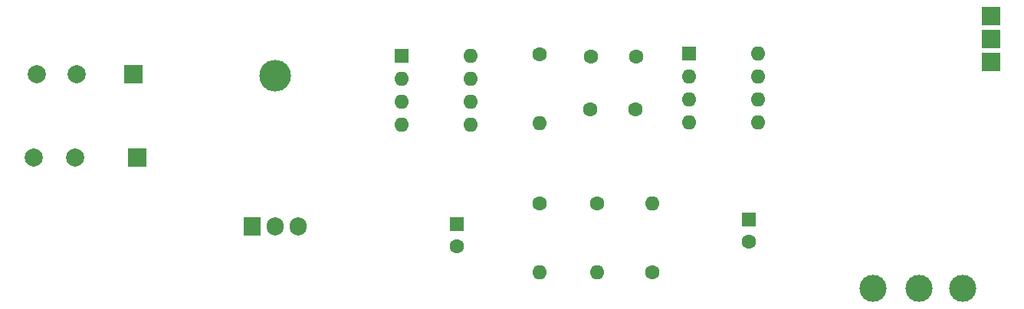
<source format=gbr>
%TF.GenerationSoftware,KiCad,Pcbnew,7.0.8*%
%TF.CreationDate,2023-11-07T16:25:51+01:00*%
%TF.ProjectId,Servotester,53657276-6f74-4657-9374-65722e6b6963,rev?*%
%TF.SameCoordinates,Original*%
%TF.FileFunction,Soldermask,Bot*%
%TF.FilePolarity,Negative*%
%FSLAX46Y46*%
G04 Gerber Fmt 4.6, Leading zero omitted, Abs format (unit mm)*
G04 Created by KiCad (PCBNEW 7.0.8) date 2023-11-07 16:25:51*
%MOMM*%
%LPD*%
G01*
G04 APERTURE LIST*
%ADD10C,1.600000*%
%ADD11O,1.600000X1.600000*%
%ADD12R,1.600000X1.600000*%
%ADD13R,2.000000X2.000000*%
%ADD14O,3.500000X3.500000*%
%ADD15R,1.905000X2.000000*%
%ADD16O,1.905000X2.000000*%
%ADD17C,2.000000*%
%ADD18C,3.000000*%
G04 APERTURE END LIST*
D10*
%TO.C,10n*%
X95758000Y-87884000D03*
X90758000Y-87884000D03*
%TD*%
%TO.C,10k*%
X85090000Y-87630000D03*
D11*
X85090000Y-95250000D03*
%TD*%
D10*
%TO.C,33K*%
X85090000Y-104140000D03*
D11*
X85090000Y-111760000D03*
%TD*%
D10*
%TO.C,100K*%
X91440000Y-104140000D03*
D11*
X91440000Y-111760000D03*
%TD*%
D10*
%TO.C,1K*%
X97536000Y-111760000D03*
D11*
X97536000Y-104140000D03*
%TD*%
D12*
%TO.C,NE555*%
X69850000Y-87807800D03*
D11*
X69850000Y-90347800D03*
X69850000Y-92887800D03*
X69850000Y-95427800D03*
X77470000Y-95427800D03*
X77470000Y-92887800D03*
X77470000Y-90347800D03*
X77470000Y-87807800D03*
%TD*%
D12*
%TO.C,NE555*%
X101600000Y-87553800D03*
D11*
X101600000Y-90093800D03*
X101600000Y-92633800D03*
X101600000Y-95173800D03*
X109220000Y-95173800D03*
X109220000Y-92633800D03*
X109220000Y-90093800D03*
X109220000Y-87553800D03*
%TD*%
D13*
%TO.C,VCC*%
X134924800Y-83413600D03*
%TD*%
%TO.C,Q*%
X134924800Y-85953600D03*
%TD*%
%TO.C,GND*%
X40640000Y-99060000D03*
%TD*%
D14*
%TO.C,7805*%
X55880000Y-90020000D03*
D15*
X53340000Y-106680000D03*
D16*
X55880000Y-106680000D03*
X58420000Y-106680000D03*
%TD*%
D13*
%TO.C,9V*%
X40170100Y-89865200D03*
%TD*%
D17*
%TO.C, *%
X29540200Y-89827100D03*
%TD*%
%TO.C, *%
X33743900Y-99060000D03*
%TD*%
D13*
%TO.C,GND*%
X134924800Y-88493600D03*
%TD*%
D12*
%TO.C,1uF*%
X75946000Y-106426000D03*
D10*
X75946000Y-108926000D03*
%TD*%
%TO.C,100n*%
X90678000Y-93726000D03*
X95678000Y-93726000D03*
%TD*%
D12*
%TO.C,100uF*%
X108204000Y-105918000D03*
D10*
X108204000Y-108418000D03*
%TD*%
D18*
%TO.C,20K lin*%
X121920000Y-113538000D03*
%TD*%
%TO.C,LP*%
X131826000Y-113538000D03*
%TD*%
%TO.C,LP*%
X127000000Y-113538000D03*
%TD*%
D17*
%TO.C, *%
X33921700Y-89877900D03*
%TD*%
%TO.C, *%
X29171900Y-99060000D03*
%TD*%
M02*

</source>
